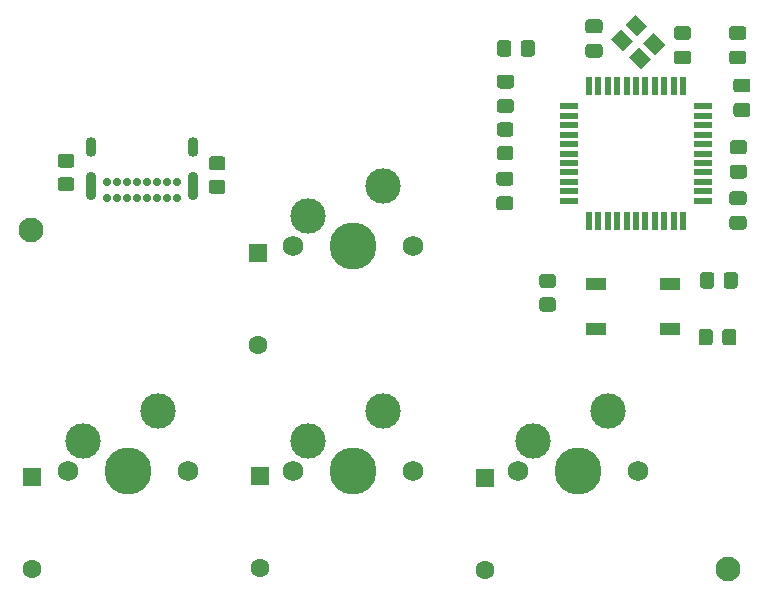
<source format=gbr>
%TF.GenerationSoftware,KiCad,Pcbnew,(5.1.10)-1*%
%TF.CreationDate,2021-11-19T23:24:49+01:00*%
%TF.ProjectId,Labbe,4c616262-652e-46b6-9963-61645f706362,rev?*%
%TF.SameCoordinates,Original*%
%TF.FileFunction,Soldermask,Top*%
%TF.FilePolarity,Negative*%
%FSLAX46Y46*%
G04 Gerber Fmt 4.6, Leading zero omitted, Abs format (unit mm)*
G04 Created by KiCad (PCBNEW (5.1.10)-1) date 2021-11-19 23:24:49*
%MOMM*%
%LPD*%
G01*
G04 APERTURE LIST*
%ADD10R,1.600000X1.600000*%
%ADD11C,1.600000*%
%ADD12C,0.700000*%
%ADD13O,0.900000X2.400000*%
%ADD14O,0.900000X1.700000*%
%ADD15R,1.700000X1.000000*%
%ADD16C,1.750000*%
%ADD17C,3.000000*%
%ADD18C,3.987800*%
%ADD19R,1.500000X0.550000*%
%ADD20R,0.550000X1.500000*%
%ADD21C,0.100000*%
%ADD22C,2.100000*%
G04 APERTURE END LIST*
%TO.C,C1*%
G36*
G01*
X236682300Y-73968100D02*
X235732300Y-73968100D01*
G75*
G02*
X235482300Y-73718100I0J250000D01*
G01*
X235482300Y-73043100D01*
G75*
G02*
X235732300Y-72793100I250000J0D01*
G01*
X236682300Y-72793100D01*
G75*
G02*
X236932300Y-73043100I0J-250000D01*
G01*
X236932300Y-73718100D01*
G75*
G02*
X236682300Y-73968100I-250000J0D01*
G01*
G37*
G36*
G01*
X236682300Y-76043100D02*
X235732300Y-76043100D01*
G75*
G02*
X235482300Y-75793100I0J250000D01*
G01*
X235482300Y-75118100D01*
G75*
G02*
X235732300Y-74868100I250000J0D01*
G01*
X236682300Y-74868100D01*
G75*
G02*
X236932300Y-75118100I0J-250000D01*
G01*
X236932300Y-75793100D01*
G75*
G02*
X236682300Y-76043100I-250000J0D01*
G01*
G37*
%TD*%
%TO.C,C2*%
G36*
G01*
X229189300Y-75484300D02*
X228239300Y-75484300D01*
G75*
G02*
X227989300Y-75234300I0J250000D01*
G01*
X227989300Y-74559300D01*
G75*
G02*
X228239300Y-74309300I250000J0D01*
G01*
X229189300Y-74309300D01*
G75*
G02*
X229439300Y-74559300I0J-250000D01*
G01*
X229439300Y-75234300D01*
G75*
G02*
X229189300Y-75484300I-250000J0D01*
G01*
G37*
G36*
G01*
X229189300Y-73409300D02*
X228239300Y-73409300D01*
G75*
G02*
X227989300Y-73159300I0J250000D01*
G01*
X227989300Y-72484300D01*
G75*
G02*
X228239300Y-72234300I250000J0D01*
G01*
X229189300Y-72234300D01*
G75*
G02*
X229439300Y-72484300I0J-250000D01*
G01*
X229439300Y-73159300D01*
G75*
G02*
X229189300Y-73409300I-250000J0D01*
G01*
G37*
%TD*%
%TO.C,C3*%
G36*
G01*
X241419400Y-85711700D02*
X240469400Y-85711700D01*
G75*
G02*
X240219400Y-85461700I0J250000D01*
G01*
X240219400Y-84786700D01*
G75*
G02*
X240469400Y-84536700I250000J0D01*
G01*
X241419400Y-84536700D01*
G75*
G02*
X241669400Y-84786700I0J-250000D01*
G01*
X241669400Y-85461700D01*
G75*
G02*
X241419400Y-85711700I-250000J0D01*
G01*
G37*
G36*
G01*
X241419400Y-83636700D02*
X240469400Y-83636700D01*
G75*
G02*
X240219400Y-83386700I0J250000D01*
G01*
X240219400Y-82711700D01*
G75*
G02*
X240469400Y-82461700I250000J0D01*
G01*
X241419400Y-82461700D01*
G75*
G02*
X241669400Y-82711700I0J-250000D01*
G01*
X241669400Y-83386700D01*
G75*
G02*
X241419400Y-83636700I-250000J0D01*
G01*
G37*
%TD*%
%TO.C,C8*%
G36*
G01*
X241355900Y-76043100D02*
X240405900Y-76043100D01*
G75*
G02*
X240155900Y-75793100I0J250000D01*
G01*
X240155900Y-75118100D01*
G75*
G02*
X240405900Y-74868100I250000J0D01*
G01*
X241355900Y-74868100D01*
G75*
G02*
X241605900Y-75118100I0J-250000D01*
G01*
X241605900Y-75793100D01*
G75*
G02*
X241355900Y-76043100I-250000J0D01*
G01*
G37*
G36*
G01*
X241355900Y-73968100D02*
X240405900Y-73968100D01*
G75*
G02*
X240155900Y-73718100I0J250000D01*
G01*
X240155900Y-73043100D01*
G75*
G02*
X240405900Y-72793100I250000J0D01*
G01*
X241355900Y-72793100D01*
G75*
G02*
X241605900Y-73043100I0J-250000D01*
G01*
X241605900Y-73718100D01*
G75*
G02*
X241355900Y-73968100I-250000J0D01*
G01*
G37*
%TD*%
%TO.C,C9*%
G36*
G01*
X241711500Y-78413100D02*
X240761500Y-78413100D01*
G75*
G02*
X240511500Y-78163100I0J250000D01*
G01*
X240511500Y-77488100D01*
G75*
G02*
X240761500Y-77238100I250000J0D01*
G01*
X241711500Y-77238100D01*
G75*
G02*
X241961500Y-77488100I0J-250000D01*
G01*
X241961500Y-78163100D01*
G75*
G02*
X241711500Y-78413100I-250000J0D01*
G01*
G37*
G36*
G01*
X241711500Y-80488100D02*
X240761500Y-80488100D01*
G75*
G02*
X240511500Y-80238100I0J250000D01*
G01*
X240511500Y-79563100D01*
G75*
G02*
X240761500Y-79313100I250000J0D01*
G01*
X241711500Y-79313100D01*
G75*
G02*
X241961500Y-79563100I0J-250000D01*
G01*
X241961500Y-80238100D01*
G75*
G02*
X241711500Y-80488100I-250000J0D01*
G01*
G37*
%TD*%
%TO.C,C10*%
G36*
G01*
X220695500Y-85137500D02*
X221645500Y-85137500D01*
G75*
G02*
X221895500Y-85387500I0J-250000D01*
G01*
X221895500Y-86062500D01*
G75*
G02*
X221645500Y-86312500I-250000J0D01*
G01*
X220695500Y-86312500D01*
G75*
G02*
X220445500Y-86062500I0J250000D01*
G01*
X220445500Y-85387500D01*
G75*
G02*
X220695500Y-85137500I250000J0D01*
G01*
G37*
G36*
G01*
X220695500Y-87212500D02*
X221645500Y-87212500D01*
G75*
G02*
X221895500Y-87462500I0J-250000D01*
G01*
X221895500Y-88137500D01*
G75*
G02*
X221645500Y-88387500I-250000J0D01*
G01*
X220695500Y-88387500D01*
G75*
G02*
X220445500Y-88137500I0J250000D01*
G01*
X220445500Y-87462500D01*
G75*
G02*
X220695500Y-87212500I250000J0D01*
G01*
G37*
%TD*%
%TO.C,C11*%
G36*
G01*
X221696300Y-78082900D02*
X220746300Y-78082900D01*
G75*
G02*
X220496300Y-77832900I0J250000D01*
G01*
X220496300Y-77157900D01*
G75*
G02*
X220746300Y-76907900I250000J0D01*
G01*
X221696300Y-76907900D01*
G75*
G02*
X221946300Y-77157900I0J-250000D01*
G01*
X221946300Y-77832900D01*
G75*
G02*
X221696300Y-78082900I-250000J0D01*
G01*
G37*
G36*
G01*
X221696300Y-80157900D02*
X220746300Y-80157900D01*
G75*
G02*
X220496300Y-79907900I0J250000D01*
G01*
X220496300Y-79232900D01*
G75*
G02*
X220746300Y-78982900I250000J0D01*
G01*
X221696300Y-78982900D01*
G75*
G02*
X221946300Y-79232900I0J-250000D01*
G01*
X221946300Y-79907900D01*
G75*
G02*
X221696300Y-80157900I-250000J0D01*
G01*
G37*
%TD*%
%TO.C,C12*%
G36*
G01*
X241381300Y-90038500D02*
X240431300Y-90038500D01*
G75*
G02*
X240181300Y-89788500I0J250000D01*
G01*
X240181300Y-89113500D01*
G75*
G02*
X240431300Y-88863500I250000J0D01*
G01*
X241381300Y-88863500D01*
G75*
G02*
X241631300Y-89113500I0J-250000D01*
G01*
X241631300Y-89788500D01*
G75*
G02*
X241381300Y-90038500I-250000J0D01*
G01*
G37*
G36*
G01*
X241381300Y-87963500D02*
X240431300Y-87963500D01*
G75*
G02*
X240181300Y-87713500I0J250000D01*
G01*
X240181300Y-87038500D01*
G75*
G02*
X240431300Y-86788500I250000J0D01*
G01*
X241381300Y-86788500D01*
G75*
G02*
X241631300Y-87038500I0J-250000D01*
G01*
X241631300Y-87713500D01*
G75*
G02*
X241381300Y-87963500I-250000J0D01*
G01*
G37*
%TD*%
D10*
%TO.C,D1*%
X181165500Y-110959900D03*
D11*
X181165500Y-118759900D03*
%TD*%
%TO.C,D2*%
X200228200Y-99810400D03*
D10*
X200228200Y-92010400D03*
%TD*%
%TO.C,D3*%
X200418700Y-110908200D03*
D11*
X200418700Y-118708200D03*
%TD*%
%TO.C,D4*%
X219468700Y-118822300D03*
D10*
X219468700Y-111022300D03*
%TD*%
D12*
%TO.C,J1*%
X193395600Y-87350600D03*
X192545600Y-87350600D03*
X191695600Y-87350600D03*
X190845600Y-87350600D03*
X189995600Y-87350600D03*
X189145600Y-87350600D03*
X188295600Y-87350600D03*
X187445600Y-87350600D03*
X192545600Y-86000600D03*
X190845600Y-86000600D03*
X191695600Y-86000600D03*
X193395600Y-86000600D03*
X189145600Y-86000600D03*
X188295600Y-86000600D03*
X187445600Y-86000600D03*
X189995600Y-86000600D03*
D13*
X194745600Y-86370600D03*
X186095600Y-86370600D03*
D14*
X194745600Y-82990600D03*
X186095600Y-82990600D03*
%TD*%
%TO.C,R1*%
G36*
G01*
X196361899Y-83810800D02*
X197261901Y-83810800D01*
G75*
G02*
X197511900Y-84060799I0J-249999D01*
G01*
X197511900Y-84760801D01*
G75*
G02*
X197261901Y-85010800I-249999J0D01*
G01*
X196361899Y-85010800D01*
G75*
G02*
X196111900Y-84760801I0J249999D01*
G01*
X196111900Y-84060799D01*
G75*
G02*
X196361899Y-83810800I249999J0D01*
G01*
G37*
G36*
G01*
X196361899Y-85810800D02*
X197261901Y-85810800D01*
G75*
G02*
X197511900Y-86060799I0J-249999D01*
G01*
X197511900Y-86760801D01*
G75*
G02*
X197261901Y-87010800I-249999J0D01*
G01*
X196361899Y-87010800D01*
G75*
G02*
X196111900Y-86760801I0J249999D01*
G01*
X196111900Y-86060799D01*
G75*
G02*
X196361899Y-85810800I249999J0D01*
G01*
G37*
%TD*%
%TO.C,R2*%
G36*
G01*
X184460301Y-84788300D02*
X183560299Y-84788300D01*
G75*
G02*
X183310300Y-84538301I0J249999D01*
G01*
X183310300Y-83838299D01*
G75*
G02*
X183560299Y-83588300I249999J0D01*
G01*
X184460301Y-83588300D01*
G75*
G02*
X184710300Y-83838299I0J-249999D01*
G01*
X184710300Y-84538301D01*
G75*
G02*
X184460301Y-84788300I-249999J0D01*
G01*
G37*
G36*
G01*
X184460301Y-86788300D02*
X183560299Y-86788300D01*
G75*
G02*
X183310300Y-86538301I0J249999D01*
G01*
X183310300Y-85838299D01*
G75*
G02*
X183560299Y-85588300I249999J0D01*
G01*
X184460301Y-85588300D01*
G75*
G02*
X184710300Y-85838299I0J-249999D01*
G01*
X184710300Y-86538301D01*
G75*
G02*
X184460301Y-86788300I-249999J0D01*
G01*
G37*
%TD*%
%TO.C,R3*%
G36*
G01*
X237696700Y-94772901D02*
X237696700Y-93872899D01*
G75*
G02*
X237946699Y-93622900I249999J0D01*
G01*
X238646701Y-93622900D01*
G75*
G02*
X238896700Y-93872899I0J-249999D01*
G01*
X238896700Y-94772901D01*
G75*
G02*
X238646701Y-95022900I-249999J0D01*
G01*
X237946699Y-95022900D01*
G75*
G02*
X237696700Y-94772901I0J249999D01*
G01*
G37*
G36*
G01*
X239696700Y-94772901D02*
X239696700Y-93872899D01*
G75*
G02*
X239946699Y-93622900I249999J0D01*
G01*
X240646701Y-93622900D01*
G75*
G02*
X240896700Y-93872899I0J-249999D01*
G01*
X240896700Y-94772901D01*
G75*
G02*
X240646701Y-95022900I-249999J0D01*
G01*
X239946699Y-95022900D01*
G75*
G02*
X239696700Y-94772901I0J249999D01*
G01*
G37*
%TD*%
%TO.C,R4*%
G36*
G01*
X239575800Y-99586201D02*
X239575800Y-98686199D01*
G75*
G02*
X239825799Y-98436200I249999J0D01*
G01*
X240525801Y-98436200D01*
G75*
G02*
X240775800Y-98686199I0J-249999D01*
G01*
X240775800Y-99586201D01*
G75*
G02*
X240525801Y-99836200I-249999J0D01*
G01*
X239825799Y-99836200D01*
G75*
G02*
X239575800Y-99586201I0J249999D01*
G01*
G37*
G36*
G01*
X237575800Y-99586201D02*
X237575800Y-98686199D01*
G75*
G02*
X237825799Y-98436200I249999J0D01*
G01*
X238525801Y-98436200D01*
G75*
G02*
X238775800Y-98686199I0J-249999D01*
G01*
X238775800Y-99586201D01*
G75*
G02*
X238525801Y-99836200I-249999J0D01*
G01*
X237825799Y-99836200D01*
G75*
G02*
X237575800Y-99586201I0J249999D01*
G01*
G37*
%TD*%
%TO.C,R5*%
G36*
G01*
X225240001Y-96973700D02*
X224339999Y-96973700D01*
G75*
G02*
X224090000Y-96723701I0J249999D01*
G01*
X224090000Y-96023699D01*
G75*
G02*
X224339999Y-95773700I249999J0D01*
G01*
X225240001Y-95773700D01*
G75*
G02*
X225490000Y-96023699I0J-249999D01*
G01*
X225490000Y-96723701D01*
G75*
G02*
X225240001Y-96973700I-249999J0D01*
G01*
G37*
G36*
G01*
X225240001Y-94973700D02*
X224339999Y-94973700D01*
G75*
G02*
X224090000Y-94723701I0J249999D01*
G01*
X224090000Y-94023699D01*
G75*
G02*
X224339999Y-93773700I249999J0D01*
G01*
X225240001Y-93773700D01*
G75*
G02*
X225490000Y-94023699I0J-249999D01*
G01*
X225490000Y-94723701D01*
G75*
G02*
X225240001Y-94973700I-249999J0D01*
G01*
G37*
%TD*%
%TO.C,R6*%
G36*
G01*
X220513600Y-75138701D02*
X220513600Y-74238699D01*
G75*
G02*
X220763599Y-73988700I249999J0D01*
G01*
X221463601Y-73988700D01*
G75*
G02*
X221713600Y-74238699I0J-249999D01*
G01*
X221713600Y-75138701D01*
G75*
G02*
X221463601Y-75388700I-249999J0D01*
G01*
X220763599Y-75388700D01*
G75*
G02*
X220513600Y-75138701I0J249999D01*
G01*
G37*
G36*
G01*
X222513600Y-75138701D02*
X222513600Y-74238699D01*
G75*
G02*
X222763599Y-73988700I249999J0D01*
G01*
X223463601Y-73988700D01*
G75*
G02*
X223713600Y-74238699I0J-249999D01*
G01*
X223713600Y-75138701D01*
G75*
G02*
X223463601Y-75388700I-249999J0D01*
G01*
X222763599Y-75388700D01*
G75*
G02*
X222513600Y-75138701I0J249999D01*
G01*
G37*
%TD*%
%TO.C,R7*%
G36*
G01*
X221645901Y-82150000D02*
X220745899Y-82150000D01*
G75*
G02*
X220495900Y-81900001I0J249999D01*
G01*
X220495900Y-81199999D01*
G75*
G02*
X220745899Y-80950000I249999J0D01*
G01*
X221645901Y-80950000D01*
G75*
G02*
X221895900Y-81199999I0J-249999D01*
G01*
X221895900Y-81900001D01*
G75*
G02*
X221645901Y-82150000I-249999J0D01*
G01*
G37*
G36*
G01*
X221645901Y-84150000D02*
X220745899Y-84150000D01*
G75*
G02*
X220495900Y-83900001I0J249999D01*
G01*
X220495900Y-83199999D01*
G75*
G02*
X220745899Y-82950000I249999J0D01*
G01*
X221645901Y-82950000D01*
G75*
G02*
X221895900Y-83199999I0J-249999D01*
G01*
X221895900Y-83900001D01*
G75*
G02*
X221645901Y-84150000I-249999J0D01*
G01*
G37*
%TD*%
D15*
%TO.C,SW1*%
X228854000Y-94615000D03*
X235154000Y-94615000D03*
X228854000Y-98415000D03*
X235154000Y-98415000D03*
%TD*%
D16*
%TO.C,U1*%
X194310000Y-110490000D03*
X184150000Y-110490000D03*
D17*
X185420000Y-107950000D03*
D18*
X189230000Y-110490000D03*
D17*
X191770000Y-105410000D03*
%TD*%
D16*
%TO.C,U2*%
X213360000Y-91440000D03*
X203200000Y-91440000D03*
D17*
X204470000Y-88900000D03*
D18*
X208280000Y-91440000D03*
D17*
X210820000Y-86360000D03*
%TD*%
%TO.C,U3*%
X210820000Y-105410000D03*
D18*
X208280000Y-110490000D03*
D17*
X204470000Y-107950000D03*
D16*
X203200000Y-110490000D03*
X213360000Y-110490000D03*
%TD*%
D19*
%TO.C,U4*%
X237970300Y-87591400D03*
X237970300Y-86791400D03*
X237970300Y-85991400D03*
X237970300Y-85191400D03*
X237970300Y-84391400D03*
X237970300Y-83591400D03*
X237970300Y-82791400D03*
X237970300Y-81991400D03*
X237970300Y-81191400D03*
X237970300Y-80391400D03*
X237970300Y-79591400D03*
D20*
X236270300Y-77891400D03*
X235470300Y-77891400D03*
X234670300Y-77891400D03*
X233870300Y-77891400D03*
X233070300Y-77891400D03*
X232270300Y-77891400D03*
X231470300Y-77891400D03*
X230670300Y-77891400D03*
X229870300Y-77891400D03*
X229070300Y-77891400D03*
X228270300Y-77891400D03*
D19*
X226570300Y-79591400D03*
X226570300Y-80391400D03*
X226570300Y-81191400D03*
X226570300Y-81991400D03*
X226570300Y-82791400D03*
X226570300Y-83591400D03*
X226570300Y-84391400D03*
X226570300Y-85191400D03*
X226570300Y-85991400D03*
X226570300Y-86791400D03*
X226570300Y-87591400D03*
D20*
X228270300Y-89291400D03*
X229070300Y-89291400D03*
X229870300Y-89291400D03*
X230670300Y-89291400D03*
X231470300Y-89291400D03*
X232270300Y-89291400D03*
X233070300Y-89291400D03*
X233870300Y-89291400D03*
X234670300Y-89291400D03*
X235470300Y-89291400D03*
X236270300Y-89291400D03*
%TD*%
D17*
%TO.C,U5*%
X229870000Y-105410000D03*
D18*
X227330000Y-110490000D03*
D17*
X223520000Y-107950000D03*
D16*
X222250000Y-110490000D03*
X232410000Y-110490000D03*
%TD*%
D21*
%TO.C,Y1*%
G36*
X234745174Y-74371946D02*
G01*
X233896646Y-75220474D01*
X232906696Y-74230524D01*
X233755224Y-73381996D01*
X234745174Y-74371946D01*
G37*
G36*
X233189539Y-72816311D02*
G01*
X232341011Y-73664839D01*
X231351061Y-72674889D01*
X232199589Y-71826361D01*
X233189539Y-72816311D01*
G37*
G36*
X231987458Y-74018392D02*
G01*
X231138930Y-74866920D01*
X230148980Y-73876970D01*
X230997508Y-73028442D01*
X231987458Y-74018392D01*
G37*
G36*
X233543093Y-75574027D02*
G01*
X232694565Y-76422555D01*
X231704615Y-75432605D01*
X232553143Y-74584077D01*
X233543093Y-75574027D01*
G37*
%TD*%
D22*
%TO.C,H3*%
X240055400Y-118795800D03*
%TD*%
%TO.C,H4*%
X181025800Y-90093800D03*
%TD*%
M02*

</source>
